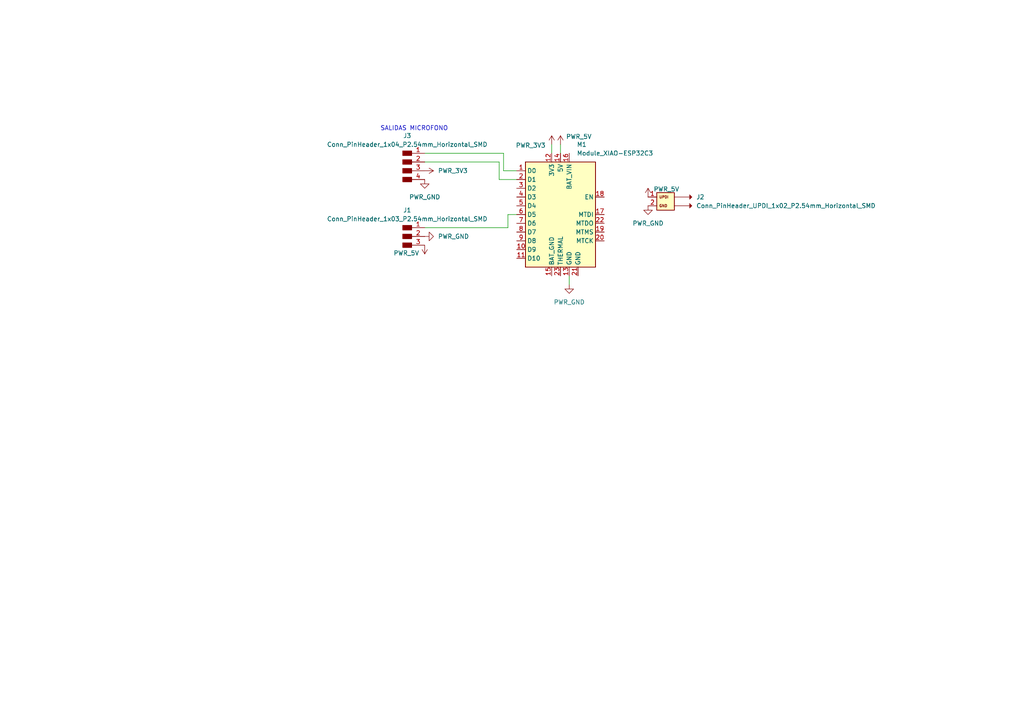
<source format=kicad_sch>
(kicad_sch (version 20231120) (generator "eeschema") (generator_version "8.0")
  (paper "A4")
  (lib_symbols
    (symbol "Fab:Conn_PinHeader_1x03_P2.54mm_Horizontal_SMD" (pin_names hide)
      (property "Reference" "J" (at 0 5.08 0))
      (property "Value" "Conn_PinHeader_1x03_P2.54mm_Horizontal_SMD" (at 0 -5.08 0))
      (symbol "Conn_PinHeader_1x03_P2.54mm_Horizontal_SMD_1_1"
        (rectangle (start -1.27 -1.905) (end 1.27 -3.175) (stroke (width 0.254)) (fill (type outline)))
        (rectangle (start -1.27 0.635) (end 1.27 -0.635) (stroke (width 0.254)) (fill (type outline)))
        (rectangle (start -1.27 3.175) (end 1.27 1.905) (stroke (width 0.254)) (fill (type outline)))
        (pin passive line (at 5.08 2.54 180) (length 3.81) (name "Pin_1") (number "1"))
        (pin passive line (at 5.08 0 180) (length 3.81) (name "Pin_2") (number "2"))
        (pin passive line (at 5.08 -2.54 180) (length 3.81) (name "Pin_3") (number "3"))
      )
    )
    (symbol "Fab:Conn_PinHeader_1x04_P2.54mm_Horizontal_SMD" (pin_names hide)
      (property "Reference" "J" (at 0 5.08 0))
      (property "Value" "Conn_PinHeader_1x04_P2.54mm_Horizontal_SMD" (at 0 -7.62 0))
      (symbol "Conn_PinHeader_1x04_P2.54mm_Horizontal_SMD_1_1"
        (rectangle (start -1.27 -4.445) (end 1.27 -5.715) (stroke (width 0.254)) (fill (type outline)))
        (rectangle (start -1.27 -1.905) (end 1.27 -3.175) (stroke (width 0.254)) (fill (type outline)))
        (rectangle (start -1.27 0.635) (end 1.27 -0.635) (stroke (width 0.254)) (fill (type outline)))
        (rectangle (start -1.27 3.175) (end 1.27 1.905) (stroke (width 0.254)) (fill (type outline)))
        (pin passive line (at 5.08 2.54 180) (length 3.81) (name "Pin_1") (number "1"))
        (pin passive line (at 5.08 0 180) (length 3.81) (name "Pin_2") (number "2"))
        (pin passive line (at 5.08 -2.54 180) (length 3.81) (name "Pin_3") (number "3"))
        (pin passive line (at 5.08 -5.08 180) (length 3.81) (name "Pin_4") (number "4"))
      )
    )
    (symbol "Fab:Conn_PinHeader_UPDI_1x02_P2.54mm_Horizontal_SMD"
      (property "Reference" "J" (at 0 3.81 0))
      (property "Value" "Conn_PinHeader_UPDI_1x02_P2.54mm_Horizontal_SMD" (at 0 -3.81 0))
      (symbol "Conn_PinHeader_UPDI_1x02_P2.54mm_Horizontal_SMD_0_0"
        (rectangle (start -2.54 2.54) (end 2.54 -2.54) (stroke (width 0.254)) (fill (type background)))
        (polyline (pts (xy 2.54 -1.27) (xy 7.62 -1.27)))
        (polyline (pts (xy 2.54 1.27) (xy 7.62 1.27)))
        (polyline (pts (xy 6.985 -0.635) (xy 7.62 -1.27) (xy 6.985 -1.905) (xy 6.985 -0.635)) (fill (type outline)))
        (polyline (pts (xy 6.985 1.905) (xy 7.62 1.27) (xy 6.985 0.635) (xy 6.985 1.905)) (fill (type outline)))
        (text "GND" (at -1.905 -1.27 0) (effects (font (size 0.75 0.75)) (justify left)))
        (text "UPDI" (at -1.905 1.27 0) (effects (font (size 0.75 0.75)) (justify left)))
      )
      (symbol "Conn_PinHeader_UPDI_1x02_P2.54mm_Horizontal_SMD_1_1"
        (pin passive line (at -5.08 1.27 0) (length 2.54) (name "") (number "1"))
        (pin passive line (at -5.08 -1.27 0) (length 2.54) (name "") (number "2"))
      )
    )
    (symbol "Fab:Module_XIAO-ESP32C3"
      (property "Reference" "M" (at -10.16 16.51 0))
      (property "Value" "Module_XIAO-ESP32C3" (at 3.81 16.51 0))
      (symbol "Module_XIAO-ESP32C3_1_1"
        (rectangle (start -10.16 15.24) (end 10.16 -15.24) (stroke (width 0.254)) (fill (type background)))
        (pin bidirectional line (at -12.7 12.7 0) (length 2.54) (name "D0") (number "1"))
        (pin bidirectional line (at -12.7 -10.16 0) (length 2.54) (name "D9") (number "10"))
        (pin bidirectional line (at -12.7 -12.7 0) (length 2.54) (name "D10") (number "11"))
        (pin power_in line (at -2.54 17.78 270) (length 2.54) (name "3V3") (number "12"))
        (pin power_in line (at 2.54 -17.78 90) (length 2.54) (name "GND") (number "13"))
        (pin power_in line (at 0 17.78 270) (length 2.54) (name "5V") (number "14"))
        (pin power_in line (at -2.54 -17.78 90) (length 2.54) (name "BAT_GND") (number "15"))
        (pin power_in line (at 2.54 17.78 270) (length 2.54) (name "BAT_VIN") (number "16"))
        (pin input line (at 12.7 0 180) (length 2.54) (name "MTDI") (number "17"))
        (pin input line (at 12.7 5.08 180) (length 2.54) (name "EN") (number "18"))
        (pin input line (at 12.7 -5.08 180) (length 2.54) (name "MTMS") (number "19"))
        (pin bidirectional line (at -12.7 10.16 0) (length 2.54) (name "D1") (number "2"))
        (pin input line (at 12.7 -7.62 180) (length 2.54) (name "MTCK") (number "20"))
        (pin power_in line (at 5.08 -17.78 90) (length 2.54) (name "GND") (number "21"))
        (pin output line (at 12.7 -2.54 180) (length 2.54) (name "MTDO") (number "22"))
        (pin power_in line (at 0 -17.78 90) (length 2.54) (name "THERMAL") (number "23"))
        (pin bidirectional line (at -12.7 7.62 0) (length 2.54) (name "D2") (number "3"))
        (pin bidirectional line (at -12.7 5.08 0) (length 2.54) (name "D3") (number "4"))
        (pin bidirectional line (at -12.7 2.54 0) (length 2.54) (name "D4") (number "5"))
        (pin bidirectional line (at -12.7 0 0) (length 2.54) (name "D5") (number "6"))
        (pin bidirectional line (at -12.7 -2.54 0) (length 2.54) (name "D6") (number "7"))
        (pin bidirectional line (at -12.7 -5.08 0) (length 2.54) (name "D7") (number "8"))
        (pin bidirectional line (at -12.7 -7.62 0) (length 2.54) (name "D8") (number "9"))
      )
    )
    (symbol "Fab:PWR_3V3" (power) (pin_names (offset 0))
      (property "Value" "PWR_3V3" (at 0 3.556 0))
      (symbol "PWR_3V3_0_1"
        (polyline (pts (xy -0.762 1.27) (xy 0 2.54)))
        (polyline (pts (xy 0 0) (xy 0 2.54)))
        (polyline (pts (xy 0 2.54) (xy 0.762 1.27)))
      )
      (symbol "PWR_3V3_1_1"
        (pin power_in line (at 0 0 90) (length 0) hide (name "PWR_3V3") (number "1"))
      )
    )
    (symbol "Fab:PWR_5V" (power) (pin_names (offset 0))
      (property "Value" "PWR_5V" (at 0 3.556 0))
      (symbol "PWR_5V_0_1"
        (polyline (pts (xy -0.762 1.27) (xy 0 2.54)))
        (polyline (pts (xy 0 0) (xy 0 2.54)))
        (polyline (pts (xy 0 2.54) (xy 0.762 1.27)))
      )
      (symbol "PWR_5V_1_1"
        (pin power_in line (at 0 0 90) (length 0) hide (name "PWR_5V") (number "1"))
      )
    )
    (symbol "Fab:PWR_GND" (power) (pin_names (offset 0))
      (property "Value" "PWR_GND" (at 0 -3.81 0))
      (symbol "PWR_GND_0_1"
        (polyline (pts (xy 0 0) (xy 0 -1.27) (xy 1.27 -1.27) (xy 0 -2.54) (xy -1.27 -1.27) (xy 0 -1.27)))
      )
      (symbol "PWR_GND_1_1"
        (pin power_in line (at 0 0 270) (length 0) hide (name "PWR_GND") (number "1"))
      )
    )
  )
  (wire (pts (xy 165.1 80.01) (xy 165.1 82.55)))
  (wire (pts (xy 147.32 66.04) (xy 147.32 62.23)))
  (wire (pts (xy 146.05 49.53) (xy 149.86 49.53)))
  (wire (pts (xy 144.78 46.99) (xy 144.78 52.07)))
  (wire (pts (xy 123.19 46.99) (xy 144.78 46.99)))
  (wire (pts (xy 144.78 52.07) (xy 149.86 52.07)))
  (wire (pts (xy 123.19 66.04) (xy 147.32 66.04)))
  (wire (pts (xy 146.05 44.45) (xy 146.05 49.53)))
  (wire (pts (xy 160.02 41.91) (xy 160.02 44.45)))
  (wire (pts (xy 123.19 44.45) (xy 146.05 44.45)))
  (wire (pts (xy 147.32 62.23) (xy 149.86 62.23)))
  (wire (pts (xy 162.56 41.91) (xy 162.56 44.45)))
  (text "SALIDAS MICROFONO\n" (at 120.142 37.338 0) (effects (font (size 1.27 1.27))))
  (symbol (lib_id "Fab:PWR_GND") (at 187.96 59.69 0) (unit 1)
    (property "Reference" "#PWR08" (effects (hide yes)))
    (property "Value" "PWR_GND" (at 187.96 64.77 0))
    (property "Description" "Power symbol creates a global label with name \"GND\" , ground" (effects (hide yes)))
  )
  (symbol (lib_id "Fab:PWR_GND") (at 123.19 68.58 90) (unit 1)
    (property "Reference" "#PWR07" (effects (hide yes)))
    (property "Value" "PWR_GND" (at 127 68.5799 90) (effects (justify right)))
    (property "Description" "Power symbol creates a global label with name \"GND\" , ground" (effects (hide yes)))
  )
  (symbol (lib_id "Fab:PWR_GND") (at 123.19 52.07 0) (unit 1)
    (property "Reference" "#PWR04" (effects (hide yes)))
    (property "Value" "PWR_GND" (at 123.19 57.15 0))
    (property "Description" "Power symbol creates a global label with name \"GND\" , ground" (effects (hide yes)))
  )
  (symbol (lib_id "Fab:PWR_5V") (at 162.56 41.91 0) (unit 1)
    (property "Reference" "#PWR02" (effects (hide yes)))
    (property "Value" "PWR_5V" (at 167.894 39.624 0))
    (property "Description" "Power symbol creates a global label with name \"+5V\"" (effects (hide yes)))
  )
  (symbol (lib_id "Fab:Module_XIAO-ESP32C3") (at 162.56 62.23 0) (unit 1)
    (property "Reference" "M1" (at 167.2941 41.91 0) (effects (justify left)))
    (property "Value" "Module_XIAO-ESP32C3" (at 167.2941 44.45 0) (effects (justify left)))
    (property "Footprint" "fab:SeeedStudio_XIAO_ESP32C3" (effects (hide yes)))
    (property "Datasheet" "https://wiki.seeedstudio.com/XIAO_ESP32C3_Getting_Started/" (effects (hide yes)))
    (property "Description" "ESP32-C3 Transceiver; 802.11 a/b/g/n (Wi-Fi, WiFi, WLAN), Bluetooth® Smart 4.x Low Energy (BLE) 2.4GHz Evaluation Board" (effects (hide yes)))
  )
  (symbol (lib_id "Fab:Conn_PinHeader_UPDI_1x02_P2.54mm_Horizontal_SMD") (at 193.04 58.42 0) (unit 1)
    (property "Reference" "J2" (at 201.93 57.1499 0) (effects (justify left)))
    (property "Value" "Conn_PinHeader_UPDI_1x02_P2.54mm_Horizontal_SMD" (at 201.93 59.6899 0) (effects (justify left)))
    (property "Footprint" "fab:PinHeader_1x02_P2.54mm_Horizontal_SMD" (effects (hide yes)))
    (property "Description" "Male UPDI 2-pin connector" (effects (hide yes)))
  )
  (symbol (lib_id "Fab:PWR_5V") (at 123.19 71.12 180) (unit 1)
    (property "Reference" "#PWR06" (effects (hide yes)))
    (property "Value" "PWR_5V" (at 117.856 73.406 0))
    (property "Description" "Power symbol creates a global label with name \"+5V\"" (effects (hide yes)))
  )
  (symbol (lib_id "Fab:PWR_3V3") (at 123.19 49.53 270) (unit 1)
    (property "Reference" "#PWR05" (effects (hide yes)))
    (property "Value" "PWR_3V3" (at 127 49.5299 90) (effects (justify left)))
    (property "Description" "Power symbol creates a global label with name \"+3V3\"" (effects (hide yes)))
  )
  (symbol (lib_id "Fab:PWR_GND") (at 165.1 82.55 0) (unit 1)
    (property "Reference" "#PWR01" (effects (hide yes)))
    (property "Value" "PWR_GND" (at 165.1 87.63 0))
    (property "Description" "Power symbol creates a global label with name \"GND\" , ground" (effects (hide yes)))
  )
  (symbol (lib_id "Fab:PWR_5V") (at 187.96 57.15 0) (unit 1)
    (property "Reference" "#PWR09" (effects (hide yes)))
    (property "Value" "PWR_5V" (at 193.294 54.864 0))
    (property "Description" "Power symbol creates a global label with name \"+5V\"" (effects (hide yes)))
  )
  (symbol (lib_id "Fab:PWR_3V3") (at 160.02 41.91 0) (unit 1)
    (property "Reference" "#PWR03" (effects (hide yes)))
    (property "Value" "PWR_3V3" (at 153.924 42.164 0))
    (property "Description" "Power symbol creates a global label with name \"+3V3\"" (effects (hide yes)))
  )
  (symbol (lib_id "Fab:Conn_PinHeader_1x03_P2.54mm_Horizontal_SMD") (at 118.11 68.58 0) (unit 1)
    (property "Reference" "J1" (at 118.11 60.96 0))
    (property "Value" "Conn_PinHeader_1x03_P2.54mm_Horizontal_SMD" (at 118.11 63.5 0))
    (property "Footprint" "fab:PinHeader_1x03_P2.54mm_Horizontal_SMD" (effects (hide yes)))
    (property "Description" "Male connector, single row" (effects (hide yes)))
  )
  (symbol (lib_id "Fab:Conn_PinHeader_1x04_P2.54mm_Horizontal_SMD") (at 118.11 46.99 0) (unit 1)
    (property "Reference" "J3" (at 118.11 39.37 0))
    (property "Value" "Conn_PinHeader_1x04_P2.54mm_Horizontal_SMD" (at 118.11 41.91 0))
    (property "Footprint" "fab:PinHeader_1x04_P2.54mm_Horizontal_SMD" (effects (hide yes)))
    (property "Description" "Male connector, single row" (effects (hide yes)))
  )
)
</source>
